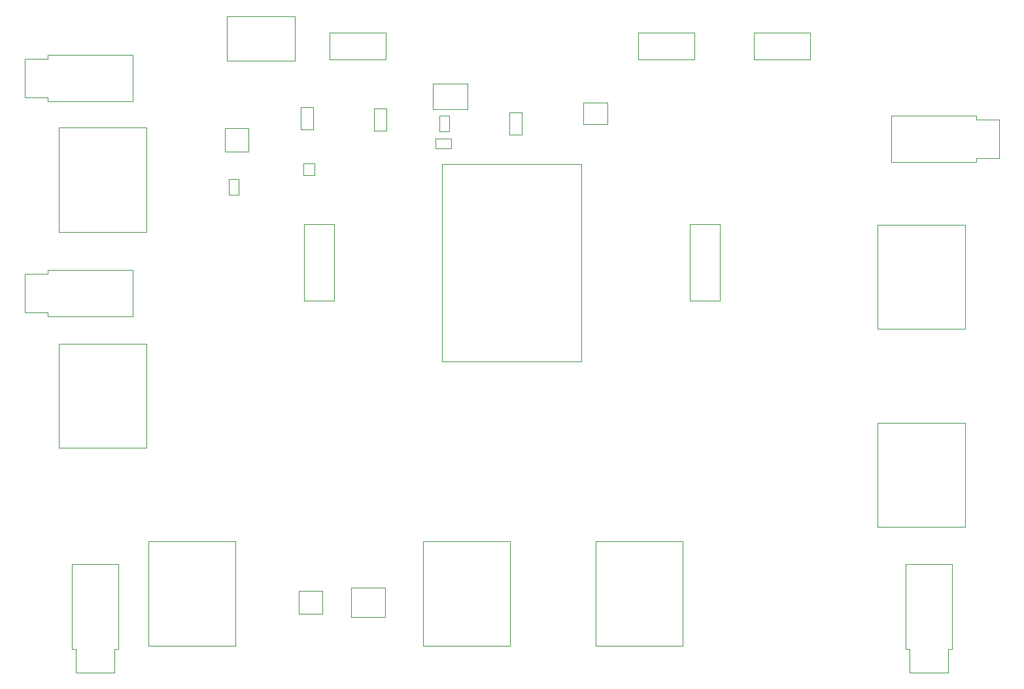
<source format=gbr>
%TF.GenerationSoftware,KiCad,Pcbnew,9.0.4*%
%TF.CreationDate,2025-10-09T22:00:13+02:00*%
%TF.ProjectId,Spikeling_v3.0,5370696b-656c-4696-9e67-5f76332e302e,rev?*%
%TF.SameCoordinates,Original*%
%TF.FileFunction,Other,User*%
%FSLAX46Y46*%
G04 Gerber Fmt 4.6, Leading zero omitted, Abs format (unit mm)*
G04 Created by KiCad (PCBNEW 9.0.4) date 2025-10-09 22:00:13*
%MOMM*%
%LPD*%
G01*
G04 APERTURE LIST*
%ADD10C,0.051000*%
G04 APERTURE END LIST*
D10*
%TO.C,VR2*%
X148470000Y-116150000D02*
X159770000Y-116150000D01*
X148470000Y-129627000D02*
X148470000Y-116150000D01*
X159770000Y-116150000D02*
X159770000Y-129627000D01*
X159770000Y-129627000D02*
X148470000Y-129627000D01*
%TO.C,U3*%
X133050000Y-75050000D02*
X136950000Y-75050000D01*
X133050000Y-84950000D02*
X133050000Y-75050000D01*
X136950000Y-75050000D02*
X136950000Y-84950000D01*
X136950000Y-84950000D02*
X133050000Y-84950000D01*
%TO.C,J4*%
X96900000Y-81500000D02*
X99900000Y-81500000D01*
X96900000Y-86500000D02*
X96900000Y-81500000D01*
X99900000Y-81000000D02*
X110900000Y-81000000D01*
X99900000Y-81500000D02*
X99900000Y-81000000D01*
X99900000Y-86500000D02*
X96900000Y-86500000D01*
X99900000Y-87000000D02*
X99900000Y-86500000D01*
X110900000Y-81000000D02*
X110900000Y-87000000D01*
X110900000Y-87000000D02*
X99900000Y-87000000D01*
%TO.C,J5*%
X211000000Y-119100000D02*
X217000000Y-119100000D01*
X211000000Y-130100000D02*
X211000000Y-119100000D01*
X211500000Y-130100000D02*
X211000000Y-130100000D01*
X211500000Y-133100000D02*
X211500000Y-130100000D01*
X216500000Y-130100000D02*
X216500000Y-133100000D01*
X216500000Y-133100000D02*
X211500000Y-133100000D01*
X217000000Y-119100000D02*
X217000000Y-130100000D01*
X217000000Y-130100000D02*
X216500000Y-130100000D01*
%TO.C,U6*%
X142180000Y-60070000D02*
X143780000Y-60070000D01*
X142180000Y-62970000D02*
X142180000Y-60070000D01*
X143780000Y-60070000D02*
X143780000Y-62970000D01*
X143780000Y-62970000D02*
X142180000Y-62970000D01*
%TO.C,U1*%
X150950000Y-67301000D02*
X168950000Y-67301000D01*
X150950000Y-92801000D02*
X150950000Y-67301000D01*
X168950000Y-67301000D02*
X168950000Y-92801000D01*
X168950000Y-92801000D02*
X150950000Y-92801000D01*
%TO.C,VR1*%
X112900000Y-116150000D02*
X124200000Y-116150000D01*
X112900000Y-129627000D02*
X112900000Y-116150000D01*
X124200000Y-116150000D02*
X124200000Y-129627000D01*
X124200000Y-129627000D02*
X112900000Y-129627000D01*
%TO.C,D4*%
X169200000Y-59275000D02*
X172400000Y-59275000D01*
X169200000Y-62075000D02*
X169200000Y-59275000D01*
X172400000Y-59275000D02*
X172400000Y-62075000D01*
X172400000Y-62075000D02*
X169200000Y-62075000D01*
%TO.C,SW5*%
X123123000Y-48158034D02*
X131877000Y-48158034D01*
X123123000Y-53912034D02*
X123123000Y-48158034D01*
X131877000Y-48158034D02*
X131877000Y-53912034D01*
X131877000Y-53912034D02*
X123123000Y-53912034D01*
%TO.C,VR5*%
X207350000Y-100750000D02*
X218650000Y-100750000D01*
X207350000Y-114227000D02*
X207350000Y-100750000D01*
X218650000Y-100750000D02*
X218650000Y-114227000D01*
X218650000Y-114227000D02*
X207350000Y-114227000D01*
%TO.C,Q1*%
X132700000Y-59914000D02*
X134300000Y-59914000D01*
X132700000Y-62814000D02*
X132700000Y-59914000D01*
X134300000Y-59914000D02*
X134300000Y-62814000D01*
X134300000Y-62814000D02*
X132700000Y-62814000D01*
%TO.C,U7*%
X132980000Y-67170000D02*
X134480000Y-67170000D01*
X132980000Y-68670000D02*
X132980000Y-67170000D01*
X134480000Y-67170000D02*
X134480000Y-68670000D01*
X134480000Y-68670000D02*
X132980000Y-68670000D01*
%TO.C,U5*%
X132450000Y-122525000D02*
X135450000Y-122525000D01*
X132450000Y-125525000D02*
X132450000Y-122525000D01*
X135450000Y-122525000D02*
X135450000Y-125525000D01*
X135450000Y-125525000D02*
X132450000Y-125525000D01*
%TO.C,U9*%
X149725000Y-56880000D02*
X154275000Y-56880000D01*
X149725000Y-60120000D02*
X149725000Y-56880000D01*
X154275000Y-56880000D02*
X154275000Y-60120000D01*
X154275000Y-60120000D02*
X149725000Y-60120000D01*
%TO.C,J6*%
X209100000Y-61000000D02*
X220100000Y-61000000D01*
X209100000Y-67000000D02*
X209100000Y-61000000D01*
X220100000Y-61000000D02*
X220100000Y-61500000D01*
X220100000Y-61500000D02*
X223100000Y-61500000D01*
X220100000Y-66500000D02*
X220100000Y-67000000D01*
X220100000Y-67000000D02*
X209100000Y-67000000D01*
X223100000Y-61500000D02*
X223100000Y-66500000D01*
X223100000Y-66500000D02*
X220100000Y-66500000D01*
%TO.C,J3*%
X96900000Y-53600000D02*
X99900000Y-53600000D01*
X96900000Y-58600000D02*
X96900000Y-53600000D01*
X99900000Y-53100000D02*
X110900000Y-53100000D01*
X99900000Y-53600000D02*
X99900000Y-53100000D01*
X99900000Y-58600000D02*
X96900000Y-58600000D01*
X99900000Y-59100000D02*
X99900000Y-58600000D01*
X110900000Y-53100000D02*
X110900000Y-59100000D01*
X110900000Y-59100000D02*
X99900000Y-59100000D01*
%TO.C,SW3*%
X176350000Y-50250000D02*
X183650000Y-50250000D01*
X176350000Y-53750000D02*
X176350000Y-50250000D01*
X183650000Y-50250000D02*
X183650000Y-53750000D01*
X183650000Y-53750000D02*
X176350000Y-53750000D01*
%TO.C,SW2*%
X136350000Y-50250000D02*
X143650000Y-50250000D01*
X136350000Y-53750000D02*
X136350000Y-50250000D01*
X143650000Y-50250000D02*
X143650000Y-53750000D01*
X143650000Y-53750000D02*
X136350000Y-53750000D01*
%TO.C,D3*%
X139150000Y-122100000D02*
X143550000Y-122100000D01*
X139150000Y-125950000D02*
X139150000Y-122100000D01*
X143550000Y-122100000D02*
X143550000Y-125950000D01*
X143550000Y-125950000D02*
X139150000Y-125950000D01*
%TO.C,U10*%
X150625000Y-61000000D02*
X151875000Y-61000000D01*
X150625000Y-63000000D02*
X150625000Y-61000000D01*
X151875000Y-61000000D02*
X151875000Y-63000000D01*
X151875000Y-63000000D02*
X150625000Y-63000000D01*
%TO.C,VR6*%
X101350000Y-62550000D02*
X112650000Y-62550000D01*
X101350000Y-76027000D02*
X101350000Y-62550000D01*
X112650000Y-62550000D02*
X112650000Y-76027000D01*
X112650000Y-76027000D02*
X101350000Y-76027000D01*
%TO.C,VR4*%
X207350000Y-75122000D02*
X218650000Y-75122000D01*
X207350000Y-88599000D02*
X207350000Y-75122000D01*
X218650000Y-75122000D02*
X218650000Y-88599000D01*
X218650000Y-88599000D02*
X207350000Y-88599000D01*
%TO.C,L1*%
X150100000Y-63992500D02*
X152100000Y-63992500D01*
X150100000Y-65267500D02*
X150100000Y-63992500D01*
X152100000Y-63992500D02*
X152100000Y-65267500D01*
X152100000Y-65267500D02*
X150100000Y-65267500D01*
%TO.C,U4*%
X183050000Y-75050000D02*
X186950000Y-75050000D01*
X183050000Y-84950000D02*
X183050000Y-75050000D01*
X186950000Y-75050000D02*
X186950000Y-84950000D01*
X186950000Y-84950000D02*
X183050000Y-84950000D01*
%TO.C,VR3*%
X170850000Y-116150000D02*
X182150000Y-116150000D01*
X170850000Y-129627000D02*
X170850000Y-116150000D01*
X182150000Y-116150000D02*
X182150000Y-129627000D01*
X182150000Y-129627000D02*
X170850000Y-129627000D01*
%TO.C,SW4*%
X191350000Y-50250000D02*
X198650000Y-50250000D01*
X191350000Y-53750000D02*
X191350000Y-50250000D01*
X198650000Y-50250000D02*
X198650000Y-53750000D01*
X198650000Y-53750000D02*
X191350000Y-53750000D01*
%TO.C,U8*%
X122880000Y-62626000D02*
X125880000Y-62626000D01*
X122880000Y-65626000D02*
X122880000Y-62626000D01*
X125880000Y-62626000D02*
X125880000Y-65626000D01*
X125880000Y-65626000D02*
X122880000Y-65626000D01*
%TO.C,VR7*%
X101350000Y-90550000D02*
X112650000Y-90550000D01*
X101350000Y-104027000D02*
X101350000Y-90550000D01*
X112650000Y-90550000D02*
X112650000Y-104027000D01*
X112650000Y-104027000D02*
X101350000Y-104027000D01*
%TO.C,J2*%
X103000000Y-119100000D02*
X109000000Y-119100000D01*
X103000000Y-130100000D02*
X103000000Y-119100000D01*
X103500000Y-130100000D02*
X103000000Y-130100000D01*
X103500000Y-133100000D02*
X103500000Y-130100000D01*
X108500000Y-130100000D02*
X108500000Y-133100000D01*
X108500000Y-133100000D02*
X103500000Y-133100000D01*
X109000000Y-119100000D02*
X109000000Y-130100000D01*
X109000000Y-130100000D02*
X108500000Y-130100000D01*
%TO.C,U12*%
X123345000Y-69240000D02*
X124595000Y-69240000D01*
X123345000Y-71240000D02*
X123345000Y-69240000D01*
X124595000Y-69240000D02*
X124595000Y-71240000D01*
X124595000Y-71240000D02*
X123345000Y-71240000D01*
%TO.C,TV1*%
X159710000Y-60550000D02*
X161310000Y-60550000D01*
X159710000Y-63450000D02*
X159710000Y-60550000D01*
X161310000Y-60550000D02*
X161310000Y-63450000D01*
X161310000Y-63450000D02*
X159710000Y-63450000D01*
%TD*%
M02*

</source>
